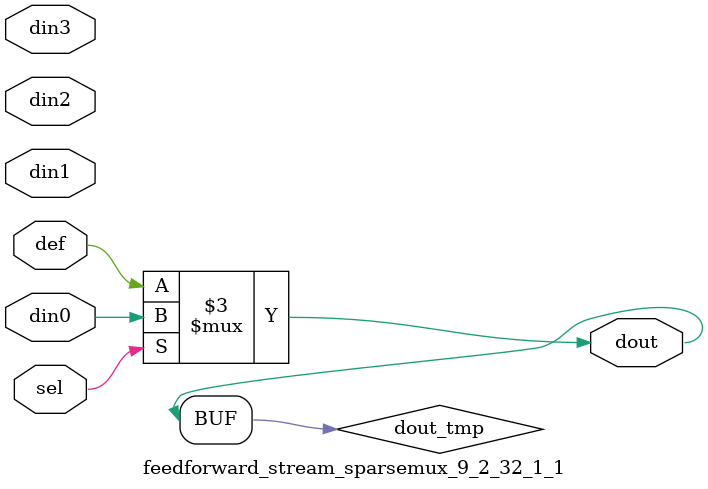
<source format=v>
`timescale 1ns / 1ps

module feedforward_stream_sparsemux_9_2_32_1_1 (din0,din1,din2,din3,def,sel,dout);

parameter din0_WIDTH = 1;

parameter din1_WIDTH = 1;

parameter din2_WIDTH = 1;

parameter din3_WIDTH = 1;

parameter def_WIDTH = 1;
parameter sel_WIDTH = 1;
parameter dout_WIDTH = 1;

parameter [sel_WIDTH-1:0] CASE0 = 1;

parameter [sel_WIDTH-1:0] CASE1 = 1;

parameter [sel_WIDTH-1:0] CASE2 = 1;

parameter [sel_WIDTH-1:0] CASE3 = 1;

parameter ID = 1;
parameter NUM_STAGE = 1;



input [din0_WIDTH-1:0] din0;

input [din1_WIDTH-1:0] din1;

input [din2_WIDTH-1:0] din2;

input [din3_WIDTH-1:0] din3;

input [def_WIDTH-1:0] def;
input [sel_WIDTH-1:0] sel;

output [dout_WIDTH-1:0] dout;



reg [dout_WIDTH-1:0] dout_tmp;


always @ (*) begin
(* parallel_case *) case (sel)
    
    CASE0 : dout_tmp = din0;
    
    CASE1 : dout_tmp = din1;
    
    CASE2 : dout_tmp = din2;
    
    CASE3 : dout_tmp = din3;
    
    default : dout_tmp = def;
endcase
end


assign dout = dout_tmp;



endmodule

</source>
